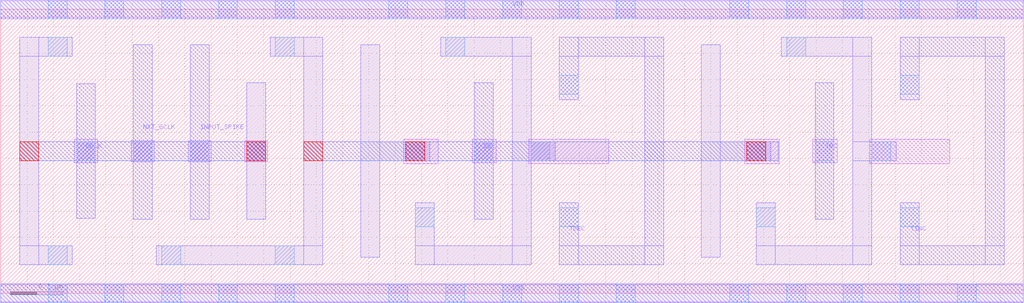
<source format=lef>
VERSION 5.7 ;
BUSBITCHARS "[]" ;
DIVIDERCHAR "/" ;

MACRO fsm_weight_incdec
  ORIGIN 0 -0.088 ;
  FOREIGN fsm_weight_INCDEC 0 0.088 ;
  SIZE 3.888 BY 1.08 ;
  SYMMETRY X Y ;
  SITE core ;
  PIN VDD
    DIRECTION INOUT ;
    USE POWER ;
    SHAPE ABUTMENT ;
    PORT
      LAYER M1 ;
        RECT 0 1.132 3.888 1.204 ;
    END
  END VDD
  PIN VSS
    DIRECTION INOUT ;
    USE GROUND ;
    SHAPE ABUTMENT ;
    PORT
      LAYER M1 ;
        RECT 0 0.052 3.888 0.124 ;
    END
  END VSS
  PIN DEC
    DIRECTION INPUT ;
    USE SIGNAL ;
    PORT
      LAYER M1 ;
        RECT 1.8 0.368 1.872 0.888 ;
    END
  END DEC
  PIN GCLK
    DIRECTION INPUT ;
    USE SIGNAL ;
    PORT
      LAYER M1 ;
        RECT 0.288 0.372 0.36 0.884 ;
    END
  END GCLK
  PIN INC
    DIRECTION INPUT ;
    USE SIGNAL ;
    PORT
      LAYER M1 ;
        RECT 3.096 0.368 3.168 0.888 ;
    END
  END INC
  PIN INPUT_SPIKE
    DIRECTION INPUT ;
    USE SIGNAL ;
    PORT
      LAYER M1 ;
        RECT 0.72 0.368 0.792 1.032 ;
    END
  END INPUT_SPIKE
  PIN NXT_GCLK
    DIRECTION INPUT ;
    USE SIGNAL ;
    PORT
      LAYER M1 ;
        RECT 0.504 0.368 0.576 1.032 ;
    END
  END NXT_GCLK
  PIN TDEC
    DIRECTION OUTPUT ;
    USE SIGNAL ;
    PORT
      LAYER M1 ;
        RECT 2.124 0.988 2.52 1.06 ;
        RECT 2.448 0.196 2.52 1.06 ;
        RECT 2.124 0.196 2.52 0.268 ;
        RECT 2.124 0.824 2.196 1.06 ;
        RECT 2.124 0.196 2.196 0.432 ;
    END
  END TDEC
  PIN TINC
    DIRECTION OUTPUT ;
    USE SIGNAL ;
    PORT
      LAYER M1 ;
        RECT 3.42 0.988 3.816 1.06 ;
        RECT 3.744 0.196 3.816 1.06 ;
        RECT 3.42 0.196 3.816 0.268 ;
        RECT 3.42 0.824 3.492 1.06 ;
        RECT 3.42 0.196 3.492 0.432 ;
    END
  END TINC
  OBS
    LAYER LIG ;
      RECT 0 0.056 3.888 0.12 ;
      RECT 0 1.136 3.888 1.2 ;
      RECT 3.304 0.58 3.608 0.672 ;
      RECT 3.088 0.584 3.18 0.672 ;
      RECT 2.828 0.58 2.96 0.672 ;
      RECT 2.008 0.58 2.312 0.672 ;
      RECT 1.792 0.584 1.884 0.672 ;
      RECT 1.532 0.58 1.664 0.672 ;
      RECT 0.928 0.588 1.016 0.668 ;
      RECT 0.712 0.588 0.8 0.668 ;
      RECT 0.496 0.588 0.584 0.668 ;
      RECT 0.28 0.584 0.368 0.672 ;
    LAYER V0 ;
      RECT 3.636 0.052 3.708 0.124 ;
      RECT 3.636 1.132 3.708 1.204 ;
      RECT 3.42 0.052 3.492 0.124 ;
      RECT 3.42 0.34 3.492 0.412 ;
      RECT 3.42 0.844 3.492 0.916 ;
      RECT 3.42 1.132 3.492 1.204 ;
      RECT 3.312 0.592 3.384 0.664 ;
      RECT 3.204 0.052 3.276 0.124 ;
      RECT 3.204 1.132 3.276 1.204 ;
      RECT 3.096 0.592 3.168 0.664 ;
      RECT 2.988 0.052 3.06 0.124 ;
      RECT 2.988 0.988 3.06 1.06 ;
      RECT 2.988 1.132 3.06 1.204 ;
      RECT 2.872 0.34 2.944 0.412 ;
      RECT 2.836 0.592 2.908 0.664 ;
      RECT 2.772 0.052 2.844 0.124 ;
      RECT 2.772 1.132 2.844 1.204 ;
      RECT 2.34 0.052 2.412 0.124 ;
      RECT 2.34 1.132 2.412 1.204 ;
      RECT 2.124 0.052 2.196 0.124 ;
      RECT 2.124 0.34 2.196 0.412 ;
      RECT 2.124 0.844 2.196 0.916 ;
      RECT 2.124 1.132 2.196 1.204 ;
      RECT 2.016 0.592 2.088 0.664 ;
      RECT 1.908 0.052 1.98 0.124 ;
      RECT 1.908 1.132 1.98 1.204 ;
      RECT 1.8 0.592 1.872 0.664 ;
      RECT 1.692 0.052 1.764 0.124 ;
      RECT 1.692 0.988 1.764 1.06 ;
      RECT 1.692 1.132 1.764 1.204 ;
      RECT 1.576 0.34 1.648 0.412 ;
      RECT 1.54 0.592 1.612 0.664 ;
      RECT 1.476 0.052 1.548 0.124 ;
      RECT 1.476 1.132 1.548 1.204 ;
      RECT 1.044 0.052 1.116 0.124 ;
      RECT 1.044 0.196 1.116 0.268 ;
      RECT 1.044 0.988 1.116 1.06 ;
      RECT 1.044 1.132 1.116 1.204 ;
      RECT 0.936 0.592 1.008 0.664 ;
      RECT 0.828 0.052 0.9 0.124 ;
      RECT 0.828 1.132 0.9 1.204 ;
      RECT 0.72 0.592 0.792 0.664 ;
      RECT 0.612 0.052 0.684 0.124 ;
      RECT 0.612 0.196 0.684 0.268 ;
      RECT 0.612 1.132 0.684 1.204 ;
      RECT 0.504 0.592 0.576 0.664 ;
      RECT 0.396 0.052 0.468 0.124 ;
      RECT 0.396 1.132 0.468 1.204 ;
      RECT 0.288 0.592 0.36 0.664 ;
      RECT 0.18 0.052 0.252 0.124 ;
      RECT 0.18 0.196 0.252 0.268 ;
      RECT 0.18 0.988 0.252 1.06 ;
      RECT 0.18 1.132 0.252 1.204 ;
    LAYER M1 ;
      RECT 2.968 0.988 3.312 1.06 ;
      RECT 3.24 0.196 3.312 1.06 ;
      RECT 3.24 0.592 3.404 0.664 ;
      RECT 2.872 0.196 2.944 0.432 ;
      RECT 2.872 0.196 3.312 0.268 ;
      RECT 2.664 0.224 2.736 1.032 ;
      RECT 2.664 0.592 2.928 0.664 ;
      RECT 1.672 0.988 2.016 1.06 ;
      RECT 1.944 0.196 2.016 1.06 ;
      RECT 1.944 0.592 2.108 0.664 ;
      RECT 1.576 0.196 1.648 0.432 ;
      RECT 1.576 0.196 2.016 0.268 ;
      RECT 1.368 0.224 1.44 1.032 ;
      RECT 1.368 0.592 1.632 0.664 ;
      RECT 1.024 0.988 1.224 1.06 ;
      RECT 1.152 0.196 1.224 1.06 ;
      RECT 0.592 0.196 1.224 0.268 ;
      RECT 0.072 0.988 0.272 1.06 ;
      RECT 0.072 0.196 0.144 1.06 ;
      RECT 0.072 0.196 0.272 0.268 ;
      RECT 0.936 0.368 1.008 0.888 ;
    LAYER M2 ;
      RECT 1.152 0.592 2.956 0.664 ;
      RECT 0.072 0.592 1.008 0.664 ;
    LAYER V1 ;
      RECT 2.836 0.592 2.908 0.664 ;
      RECT 1.54 0.592 1.612 0.664 ;
      RECT 1.152 0.592 1.224 0.664 ;
      RECT 0.936 0.592 1.008 0.664 ;
      RECT 0.072 0.592 0.144 0.664 ;
  END
END fsm_weight_incdec

END LIBRARY

</source>
